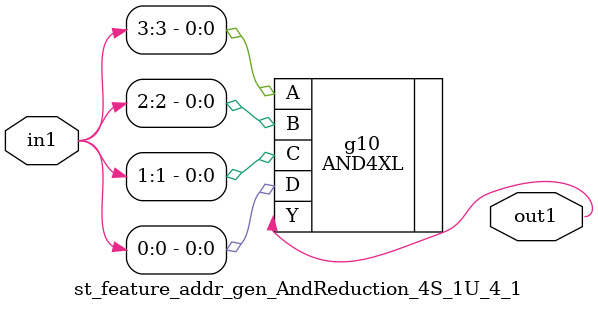
<source format=v>
`timescale 1ps / 1ps


module st_feature_addr_gen_AndReduction_4S_1U_4_1(in1, out1);
  input [3:0] in1;
  output out1;
  wire [3:0] in1;
  wire out1;
  AND4XL g10(.A (in1[3]), .B (in1[2]), .C (in1[1]), .D (in1[0]), .Y
       (out1));
endmodule



</source>
